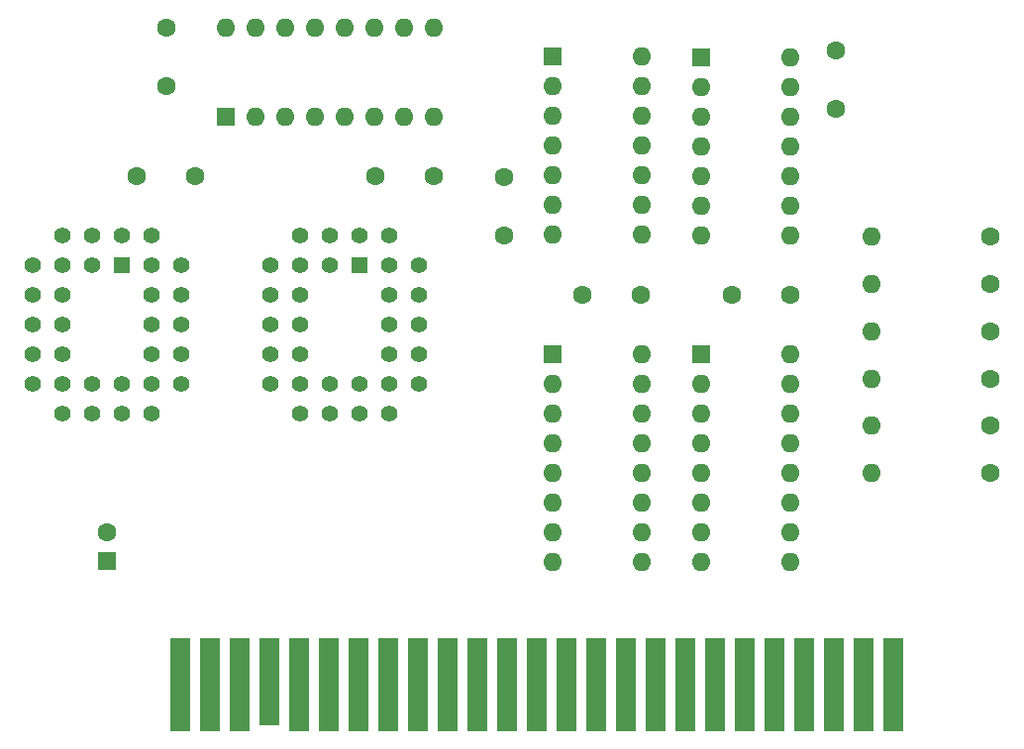
<source format=gbr>
%TF.GenerationSoftware,KiCad,Pcbnew,7.0.1*%
%TF.CreationDate,2023-03-19T20:13:41+09:00*%
%TF.ProjectId,project2,70726f6a-6563-4743-922e-6b696361645f,rev?*%
%TF.SameCoordinates,Original*%
%TF.FileFunction,Soldermask,Top*%
%TF.FilePolarity,Negative*%
%FSLAX46Y46*%
G04 Gerber Fmt 4.6, Leading zero omitted, Abs format (unit mm)*
G04 Created by KiCad (PCBNEW 7.0.1) date 2023-03-19 20:13:41*
%MOMM*%
%LPD*%
G01*
G04 APERTURE LIST*
%ADD10O,1.600000X1.600000*%
%ADD11C,1.600000*%
%ADD12R,1.600000X1.600000*%
%ADD13R,1.422400X1.422400*%
%ADD14C,1.422400*%
%ADD15R,1.700000X8.000000*%
%ADD16R,1.700000X7.500000*%
G04 APERTURE END LIST*
D10*
%TO.C,R1*%
X173705464Y-110794972D03*
D11*
X183865464Y-110794972D03*
%TD*%
D12*
%TO.C,U3*%
X146442867Y-75161140D03*
D10*
X146442867Y-77701140D03*
X146442867Y-80241140D03*
X146442867Y-82781140D03*
X146442867Y-85321140D03*
X146442867Y-87861140D03*
X146442867Y-90401140D03*
X154062867Y-90401140D03*
X154062867Y-87861140D03*
X154062867Y-85321140D03*
X154062867Y-82781140D03*
X154062867Y-80241140D03*
X154062867Y-77701140D03*
X154062867Y-75161140D03*
%TD*%
D13*
%TO.C,U1*%
X109612867Y-92946140D03*
D14*
X107072867Y-90406140D03*
X107072867Y-92946140D03*
X104532867Y-90406140D03*
X101992867Y-92946140D03*
X104532867Y-92946140D03*
X101992867Y-95486140D03*
X104532867Y-95486140D03*
X101992867Y-98026140D03*
X104532867Y-98026140D03*
X101992867Y-100566140D03*
X104532867Y-100566140D03*
X101992867Y-103106140D03*
X104532867Y-105646140D03*
X104532867Y-103106140D03*
X107072867Y-105646140D03*
X107072867Y-103106140D03*
X109612867Y-105646140D03*
X109612867Y-103106140D03*
X112152867Y-105646140D03*
X114692867Y-103106140D03*
X112152867Y-103106140D03*
X114692867Y-100566140D03*
X112152867Y-100566140D03*
X114692867Y-98026140D03*
X112152867Y-98026140D03*
X114692867Y-95486140D03*
X112152867Y-95486140D03*
X114692867Y-92946140D03*
X112152867Y-90406140D03*
X112152867Y-92946140D03*
X109612867Y-90406140D03*
%TD*%
D11*
%TO.C,R4*%
X183865464Y-98644972D03*
D10*
X173705464Y-98644972D03*
%TD*%
D11*
%TO.C,C1*%
X110882867Y-85326140D03*
X115882867Y-85326140D03*
%TD*%
%TO.C,C6*%
X142288788Y-85489617D03*
X142288788Y-90489617D03*
%TD*%
%TO.C,C8*%
X113422867Y-72626140D03*
X113422867Y-77626140D03*
%TD*%
%TO.C,R3*%
X183865464Y-102694972D03*
D10*
X173705464Y-102694972D03*
%TD*%
D12*
%TO.C,U5*%
X146442867Y-100566140D03*
D10*
X146442867Y-103106140D03*
X146442867Y-105646140D03*
X146442867Y-108186140D03*
X146442867Y-110726140D03*
X146442867Y-113266140D03*
X146442867Y-115806140D03*
X146442867Y-118346140D03*
X154062867Y-118346140D03*
X154062867Y-115806140D03*
X154062867Y-113266140D03*
X154062867Y-110726140D03*
X154062867Y-108186140D03*
X154062867Y-105646140D03*
X154062867Y-103106140D03*
X154062867Y-100566140D03*
%TD*%
D11*
%TO.C,R6*%
X183865464Y-90544972D03*
D10*
X173705464Y-90544972D03*
%TD*%
D13*
%TO.C,U2*%
X129932867Y-92946140D03*
D14*
X127392867Y-90406140D03*
X127392867Y-92946140D03*
X124852867Y-90406140D03*
X122312867Y-92946140D03*
X124852867Y-92946140D03*
X122312867Y-95486140D03*
X124852867Y-95486140D03*
X122312867Y-98026140D03*
X124852867Y-98026140D03*
X122312867Y-100566140D03*
X124852867Y-100566140D03*
X122312867Y-103106140D03*
X124852867Y-105646140D03*
X124852867Y-103106140D03*
X127392867Y-105646140D03*
X127392867Y-103106140D03*
X129932867Y-105646140D03*
X129932867Y-103106140D03*
X132472867Y-105646140D03*
X135012867Y-103106140D03*
X132472867Y-103106140D03*
X135012867Y-100566140D03*
X132472867Y-100566140D03*
X135012867Y-98026140D03*
X132472867Y-98026140D03*
X135012867Y-95486140D03*
X132472867Y-95486140D03*
X135012867Y-92946140D03*
X132472867Y-90406140D03*
X132472867Y-92946140D03*
X129932867Y-90406140D03*
%TD*%
D12*
%TO.C,U4*%
X159142867Y-75166140D03*
D10*
X159142867Y-77706140D03*
X159142867Y-80246140D03*
X159142867Y-82786140D03*
X159142867Y-85326140D03*
X159142867Y-87866140D03*
X159142867Y-90406140D03*
X166762867Y-90406140D03*
X166762867Y-87866140D03*
X166762867Y-85326140D03*
X166762867Y-82786140D03*
X166762867Y-80246140D03*
X166762867Y-77706140D03*
X166762867Y-75166140D03*
%TD*%
D11*
%TO.C,C5*%
X166762867Y-95486140D03*
X161762867Y-95486140D03*
%TD*%
%TO.C,C7*%
X170671162Y-74590350D03*
X170671162Y-79590350D03*
%TD*%
D12*
%TO.C,U6*%
X118502867Y-80246140D03*
D10*
X121042867Y-80246140D03*
X123582867Y-80246140D03*
X126122867Y-80246140D03*
X128662867Y-80246140D03*
X131202867Y-80246140D03*
X133742867Y-80246140D03*
X136282867Y-80246140D03*
X136282867Y-72626140D03*
X133742867Y-72626140D03*
X131202867Y-72626140D03*
X128662867Y-72626140D03*
X126122867Y-72626140D03*
X123582867Y-72626140D03*
X121042867Y-72626140D03*
X118502867Y-72626140D03*
%TD*%
D12*
%TO.C,U7*%
X159142867Y-100566140D03*
D10*
X159142867Y-103106140D03*
X159142867Y-105646140D03*
X159142867Y-108186140D03*
X159142867Y-110726140D03*
X159142867Y-113266140D03*
X159142867Y-115806140D03*
X159142867Y-118346140D03*
X166762867Y-118346140D03*
X166762867Y-115806140D03*
X166762867Y-113266140D03*
X166762867Y-110726140D03*
X166762867Y-108186140D03*
X166762867Y-105646140D03*
X166762867Y-103106140D03*
X166762867Y-100566140D03*
%TD*%
D11*
%TO.C,C2*%
X131282867Y-85326140D03*
X136282867Y-85326140D03*
%TD*%
D12*
%TO.C,C4*%
X108342867Y-118306140D03*
D11*
X108342867Y-115806140D03*
%TD*%
%TO.C,R5*%
X183865464Y-94594972D03*
D10*
X173705464Y-94594972D03*
%TD*%
D11*
%TO.C,R2*%
X183865464Y-106744972D03*
D10*
X173705464Y-106744972D03*
%TD*%
D11*
%TO.C,C3*%
X153982867Y-95486140D03*
X148982867Y-95486140D03*
%TD*%
D15*
%TO.C,CE1*%
X175532707Y-128863580D03*
X172992707Y-128863580D03*
X170452707Y-128863580D03*
X167912707Y-128863580D03*
X165372707Y-128863580D03*
X162832707Y-128863580D03*
X160292707Y-128863580D03*
X157752707Y-128863580D03*
X155212707Y-128863580D03*
X152672707Y-128863580D03*
X150132707Y-128863580D03*
X147592707Y-128863580D03*
X145052707Y-128863580D03*
X142512707Y-128863580D03*
X139972707Y-128863580D03*
X137432707Y-128863580D03*
X134892707Y-128863580D03*
X132352707Y-128863580D03*
X129812707Y-128863580D03*
X127272707Y-128863580D03*
X124732707Y-128863580D03*
D16*
X122192867Y-128614140D03*
D15*
X119652707Y-128863580D03*
X117112707Y-128863580D03*
X114572707Y-128863580D03*
%TD*%
M02*

</source>
